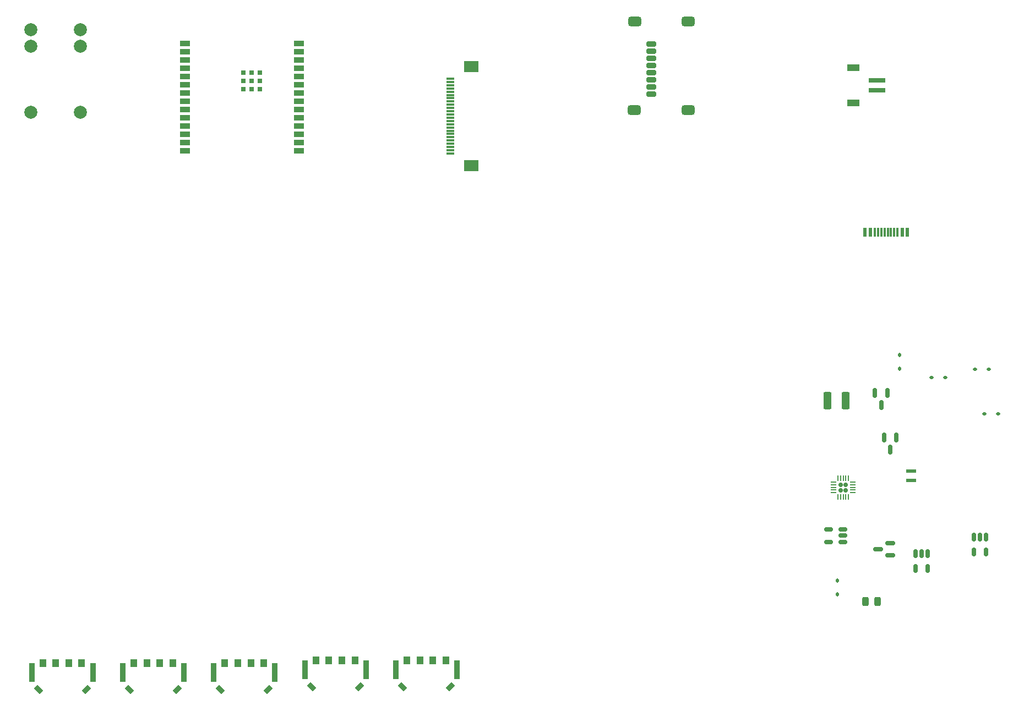
<source format=gbr>
%TF.GenerationSoftware,KiCad,Pcbnew,7.99.0-3193-g96f9f2c658*%
%TF.CreationDate,2023-10-14T12:34:29+01:00*%
%TF.ProjectId,hh2024,68683230-3234-42e6-9b69-6361645f7063,rev?*%
%TF.SameCoordinates,Original*%
%TF.FileFunction,Paste,Bot*%
%TF.FilePolarity,Positive*%
%FSLAX46Y46*%
G04 Gerber Fmt 4.6, Leading zero omitted, Abs format (unit mm)*
G04 Created by KiCad (PCBNEW 7.99.0-3193-g96f9f2c658) date 2023-10-14 12:34:29*
%MOMM*%
%LPD*%
G01*
G04 APERTURE LIST*
G04 Aperture macros list*
%AMRoundRect*
0 Rectangle with rounded corners*
0 $1 Rounding radius*
0 $2 $3 $4 $5 $6 $7 $8 $9 X,Y pos of 4 corners*
0 Add a 4 corners polygon primitive as box body*
4,1,4,$2,$3,$4,$5,$6,$7,$8,$9,$2,$3,0*
0 Add four circle primitives for the rounded corners*
1,1,$1+$1,$2,$3*
1,1,$1+$1,$4,$5*
1,1,$1+$1,$6,$7*
1,1,$1+$1,$8,$9*
0 Add four rect primitives between the rounded corners*
20,1,$1+$1,$2,$3,$4,$5,0*
20,1,$1+$1,$4,$5,$6,$7,0*
20,1,$1+$1,$6,$7,$8,$9,0*
20,1,$1+$1,$8,$9,$2,$3,0*%
%AMRotRect*
0 Rectangle, with rotation*
0 The origin of the aperture is its center*
0 $1 length*
0 $2 width*
0 $3 Rotation angle, in degrees counterclockwise*
0 Add horizontal line*
21,1,$1,$2,0,0,$3*%
G04 Aperture macros list end*
%ADD10C,2.000000*%
%ADD11R,0.900000X3.000000*%
%ADD12RotRect,1.200000X0.800000X315.000000*%
%ADD13RotRect,1.200000X0.800000X45.000000*%
%ADD14R,1.000000X1.300000*%
%ADD15RoundRect,0.112500X-0.187500X-0.112500X0.187500X-0.112500X0.187500X0.112500X-0.187500X0.112500X0*%
%ADD16R,1.500000X0.900000*%
%ADD17R,0.800000X0.800000*%
%ADD18RoundRect,0.150000X0.587500X0.150000X-0.587500X0.150000X-0.587500X-0.150000X0.587500X-0.150000X0*%
%ADD19RoundRect,0.150000X-0.150000X0.587500X-0.150000X-0.587500X0.150000X-0.587500X0.150000X0.587500X0*%
%ADD20R,2.500000X0.700000*%
%ADD21R,1.900000X1.100000*%
%ADD22RoundRect,0.150000X-0.150000X0.512500X-0.150000X-0.512500X0.150000X-0.512500X0.150000X0.512500X0*%
%ADD23RoundRect,0.112500X0.187500X0.112500X-0.187500X0.112500X-0.187500X-0.112500X0.187500X-0.112500X0*%
%ADD24RoundRect,0.112500X-0.112500X0.187500X-0.112500X-0.187500X0.112500X-0.187500X0.112500X0.187500X0*%
%ADD25RoundRect,0.112500X0.112500X-0.187500X0.112500X0.187500X-0.112500X0.187500X-0.112500X-0.187500X0*%
%ADD26R,0.600000X1.450000*%
%ADD27R,0.300000X1.450000*%
%ADD28RoundRect,0.137500X0.662500X-0.137500X0.662500X0.137500X-0.662500X0.137500X-0.662500X-0.137500X0*%
%ADD29R,1.300000X0.300000*%
%ADD30R,2.200000X1.800000*%
%ADD31RoundRect,0.250000X-0.375000X-1.075000X0.375000X-1.075000X0.375000X1.075000X-0.375000X1.075000X0*%
%ADD32RoundRect,0.200000X-0.550000X0.200000X-0.550000X-0.200000X0.550000X-0.200000X0.550000X0.200000X0*%
%ADD33RoundRect,0.375000X-0.625000X0.375000X-0.625000X-0.375000X0.625000X-0.375000X0.625000X0.375000X0*%
%ADD34RoundRect,0.243750X0.243750X0.456250X-0.243750X0.456250X-0.243750X-0.456250X0.243750X-0.456250X0*%
%ADD35RoundRect,0.167500X-0.167500X-0.167500X0.167500X-0.167500X0.167500X0.167500X-0.167500X0.167500X0*%
%ADD36RoundRect,0.050000X-0.375000X-0.050000X0.375000X-0.050000X0.375000X0.050000X-0.375000X0.050000X0*%
%ADD37RoundRect,0.050000X-0.050000X-0.375000X0.050000X-0.375000X0.050000X0.375000X-0.050000X0.375000X0*%
%ADD38RoundRect,0.150000X0.512500X0.150000X-0.512500X0.150000X-0.512500X-0.150000X0.512500X-0.150000X0*%
G04 APERTURE END LIST*
D10*
%TO.C,K1*%
X106931000Y-65415000D03*
X106931000Y-55255000D03*
X106931000Y-52715000D03*
X99311000Y-52715000D03*
X99311000Y-55255000D03*
X99311000Y-65415000D03*
%TD*%
D11*
%TO.C,SW2*%
X113433000Y-151594000D03*
D12*
X114453000Y-154204000D03*
D13*
X121813000Y-154204000D03*
D11*
X122833000Y-151594000D03*
D14*
X115133000Y-150144000D03*
X121133000Y-150144000D03*
X117133000Y-150144000D03*
X119133000Y-150144000D03*
%TD*%
D15*
%TO.C,D2*%
X244522000Y-104971000D03*
X246622000Y-104971000D03*
%TD*%
D16*
%TO.C,U1*%
X140505000Y-54857000D03*
X140505000Y-56127000D03*
X140505000Y-57397000D03*
X140505000Y-58667000D03*
X140505000Y-59937000D03*
X140505000Y-61207000D03*
X140505000Y-62477000D03*
X140505000Y-63747000D03*
X140505000Y-65017000D03*
X140505000Y-66287000D03*
X140505000Y-67557000D03*
X140505000Y-68827000D03*
X140505000Y-70097000D03*
X140505000Y-71367000D03*
X123005000Y-71367000D03*
X123005000Y-70097000D03*
X123005000Y-68827000D03*
X123005000Y-67557000D03*
X123005000Y-66287000D03*
X123005000Y-65017000D03*
X123005000Y-63747000D03*
X123005000Y-62477000D03*
X123005000Y-61207000D03*
X123005000Y-59937000D03*
X123005000Y-58667000D03*
X123005000Y-57397000D03*
X123005000Y-56127000D03*
X123005000Y-54857000D03*
D17*
X134510000Y-61827000D03*
X134510000Y-60577000D03*
X134510000Y-59327000D03*
X133260000Y-61827000D03*
X133260000Y-60577000D03*
X133260000Y-59327000D03*
X132010000Y-61827000D03*
X132010000Y-60577000D03*
X132010000Y-59327000D03*
%TD*%
D18*
%TO.C,Q1*%
X231445000Y-131707000D03*
X231445000Y-133607000D03*
X229570000Y-132657000D03*
%TD*%
D19*
%TO.C,Q3*%
X230525000Y-115415000D03*
X232425000Y-115415000D03*
X231475000Y-117290000D03*
%TD*%
D20*
%TO.C,J5*%
X229434000Y-62033000D03*
X229434000Y-60533000D03*
D21*
X225834000Y-63983000D03*
X225834000Y-58583000D03*
%TD*%
D11*
%TO.C,SW4*%
X141445000Y-151160500D03*
D12*
X142465000Y-153770500D03*
D13*
X149825000Y-153770500D03*
D11*
X150845000Y-151160500D03*
D14*
X143145000Y-149710500D03*
X149145000Y-149710500D03*
X145145000Y-149710500D03*
X147145000Y-149710500D03*
%TD*%
D22*
%TO.C,U2*%
X244302000Y-130763000D03*
X245252000Y-130763000D03*
X246202000Y-130763000D03*
X246202000Y-133038000D03*
X244302000Y-133038000D03*
%TD*%
D23*
%TO.C,D3*%
X239925000Y-106241000D03*
X237825000Y-106241000D03*
%TD*%
D11*
%TO.C,SW1*%
X99433000Y-151594000D03*
D12*
X100453000Y-154204000D03*
D13*
X107813000Y-154204000D03*
D11*
X108833000Y-151594000D03*
D14*
X101133000Y-150144000D03*
X107133000Y-150144000D03*
X103133000Y-150144000D03*
X105133000Y-150144000D03*
%TD*%
D19*
%TO.C,Q2*%
X229128000Y-108557000D03*
X231028000Y-108557000D03*
X230078000Y-110432000D03*
%TD*%
D11*
%TO.C,SW3*%
X127433000Y-151594000D03*
D12*
X128453000Y-154204000D03*
D13*
X135813000Y-154204000D03*
D11*
X136833000Y-151594000D03*
D14*
X129133000Y-150144000D03*
X135133000Y-150144000D03*
X131133000Y-150144000D03*
X133133000Y-150144000D03*
%TD*%
D24*
%TO.C,D1*%
X223347000Y-137449000D03*
X223347000Y-139549000D03*
%TD*%
D25*
%TO.C,D4*%
X232872000Y-104878000D03*
X232872000Y-102778000D03*
%TD*%
D26*
%TO.C,J4*%
X234090000Y-83908000D03*
X233290000Y-83908000D03*
D27*
X232090000Y-83908000D03*
X231090000Y-83908000D03*
X230590000Y-83908000D03*
X229590000Y-83908000D03*
D26*
X228390000Y-83908000D03*
X227590000Y-83908000D03*
X227590000Y-83908000D03*
X228390000Y-83908000D03*
D27*
X229090000Y-83908000D03*
X230090000Y-83908000D03*
X231590000Y-83908000D03*
X232590000Y-83908000D03*
D26*
X233290000Y-83908000D03*
X234090000Y-83908000D03*
%TD*%
D28*
%TO.C,L1*%
X234650000Y-122079000D03*
X234650000Y-120629000D03*
%TD*%
D29*
%TO.C,J6*%
X163800000Y-60250000D03*
X163800000Y-60750000D03*
X163800000Y-61250000D03*
X163800000Y-61750000D03*
X163800000Y-62250000D03*
X163800000Y-62750000D03*
X163800000Y-63250000D03*
X163800000Y-63750000D03*
X163800000Y-64250000D03*
X163800000Y-64750000D03*
X163800000Y-65250000D03*
X163800000Y-65750000D03*
X163800000Y-66250000D03*
X163800000Y-66750000D03*
X163800000Y-67250000D03*
X163800000Y-67750000D03*
X163800000Y-68250000D03*
X163800000Y-68750000D03*
X163800000Y-69250000D03*
X163800000Y-69750000D03*
X163800000Y-70250000D03*
X163800000Y-70750000D03*
X163800000Y-71250000D03*
X163800000Y-71750000D03*
D30*
X167050000Y-58350000D03*
X167050000Y-73650000D03*
%TD*%
D22*
%TO.C,U3*%
X235351000Y-133297500D03*
X236301000Y-133297500D03*
X237251000Y-133297500D03*
X237251000Y-135572500D03*
X235351000Y-135572500D03*
%TD*%
D31*
%TO.C,L2*%
X221820000Y-109797000D03*
X224620000Y-109797000D03*
%TD*%
D15*
%TO.C,D25*%
X245919000Y-111829000D03*
X248019000Y-111829000D03*
%TD*%
D11*
%TO.C,SW5*%
X155445000Y-151160500D03*
D12*
X156465000Y-153770500D03*
D13*
X163825000Y-153770500D03*
D11*
X164845000Y-151160500D03*
D14*
X157145000Y-149710500D03*
X163145000Y-149710500D03*
X159145000Y-149710500D03*
X161145000Y-149710500D03*
%TD*%
D32*
%TO.C,J3*%
X194721000Y-54915000D03*
X194721000Y-56015000D03*
X194721000Y-57115000D03*
X194721000Y-58215000D03*
X194721000Y-59315000D03*
X194721000Y-60415000D03*
X194721000Y-61515000D03*
X194721000Y-62615000D03*
D33*
X192121000Y-65065000D03*
X200421000Y-65065000D03*
X192171000Y-51465000D03*
X200421000Y-51465000D03*
%TD*%
D34*
%TO.C,F1*%
X229491500Y-140658000D03*
X227616500Y-140658000D03*
%TD*%
D35*
%TO.C,U5*%
X224646000Y-123542000D03*
X224646000Y-122722000D03*
X223826000Y-123542000D03*
X223826000Y-122722000D03*
D36*
X225686000Y-122332000D03*
X225686000Y-122732000D03*
X225686000Y-123132000D03*
X225686000Y-123532000D03*
X225686000Y-123932000D03*
D37*
X225036000Y-124582000D03*
X224636000Y-124582000D03*
X224236000Y-124582000D03*
X223836000Y-124582000D03*
X223436000Y-124582000D03*
D36*
X222786000Y-123932000D03*
X222786000Y-123532000D03*
X222786000Y-123132000D03*
X222786000Y-122732000D03*
X222786000Y-122332000D03*
D37*
X223436000Y-121682000D03*
X223836000Y-121682000D03*
X224236000Y-121682000D03*
X224636000Y-121682000D03*
X225036000Y-121682000D03*
%TD*%
D38*
%TO.C,U4*%
X224225000Y-129614000D03*
X224225000Y-130564000D03*
X224225000Y-131514000D03*
X221950000Y-131514000D03*
X221950000Y-129614000D03*
%TD*%
M02*

</source>
